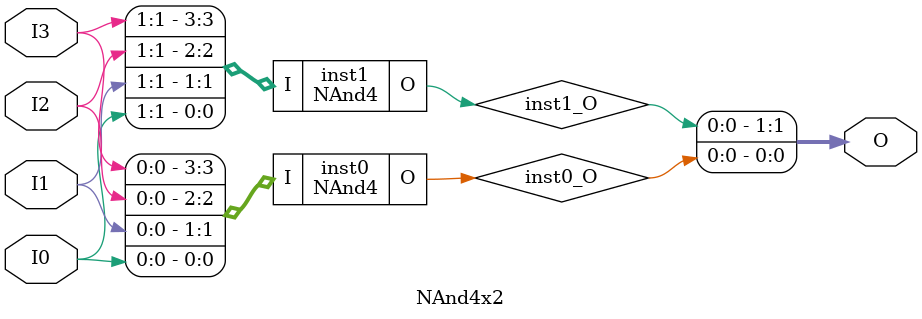
<source format=v>
module NAnd4 (input [3:0] I, output  O);
wire  inst0_O;
LUT4 #(.INIT(16'h8000)) inst0 (.I0(I[0]), .I1(I[1]), .I2(I[2]), .I3(I[3]), .O(inst0_O));
assign O = inst0_O;
endmodule

module NAnd4x2 (input [1:0] I0, input [1:0] I1, input [1:0] I2, input [1:0] I3, output [1:0] O);
wire  inst0_O;
wire  inst1_O;
NAnd4 inst0 (.I({I3[0],I2[0],I1[0],I0[0]}), .O(inst0_O));
NAnd4 inst1 (.I({I3[1],I2[1],I1[1],I0[1]}), .O(inst1_O));
assign O = {inst1_O,inst0_O};
endmodule


</source>
